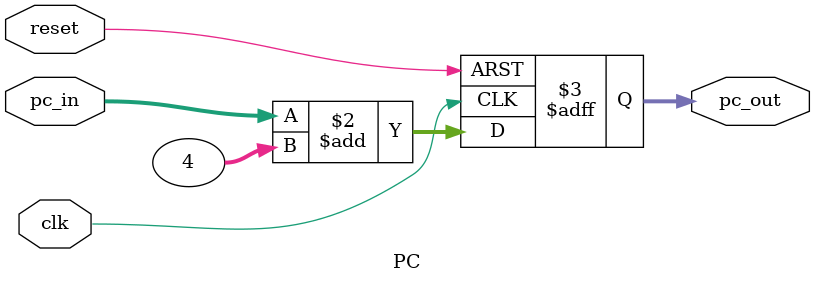
<source format=v>
module PC(
    input clk,
    input reset,
    input [31:0] pc_in,
    output reg [31:0] pc_out
);

always @(posedge clk or posedge reset) begin
    if (reset) begin
        pc_out <= 32'b0;
    end else begin
        pc_out <= pc_in + 4;
    end
end

endmodule
</source>
